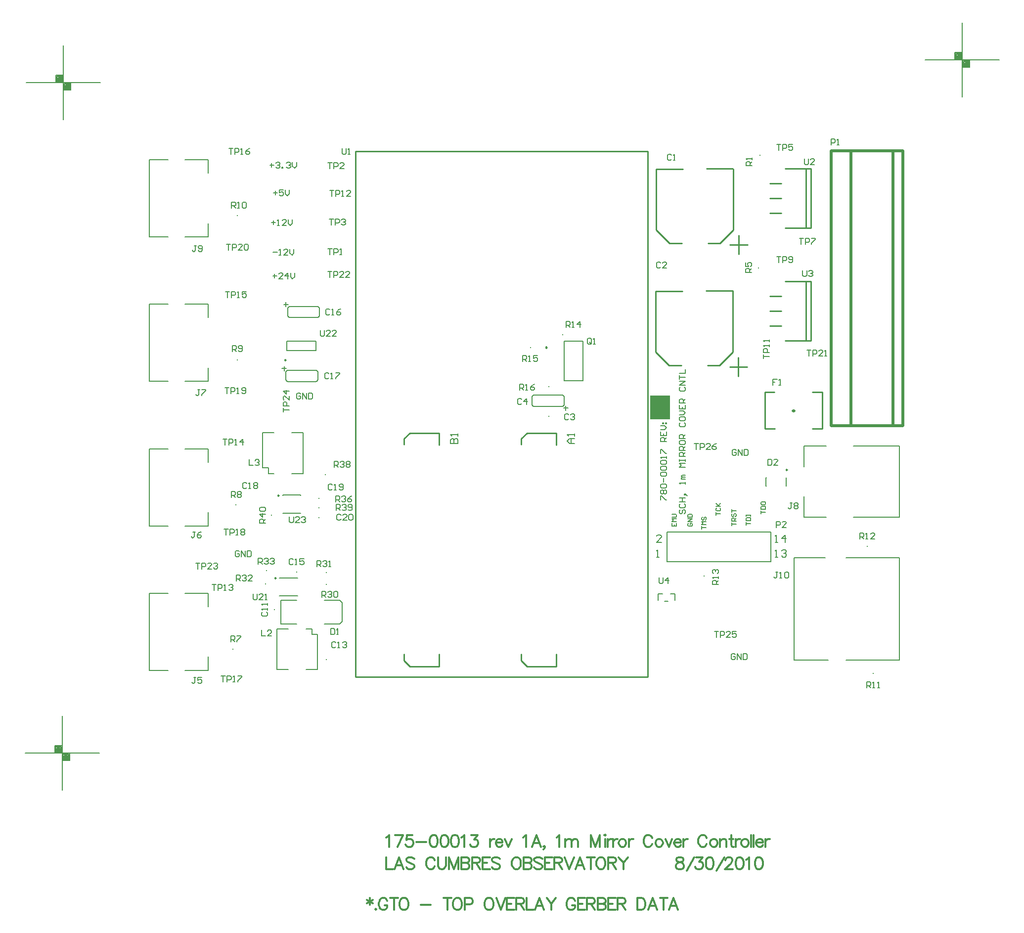
<source format=gto>
%FSLAX23Y23*%
%MOIN*%
G70*
G01*
G75*
G04 Layer_Color=65535*
%ADD10R,0.025X0.100*%
%ADD11R,0.057X0.012*%
%ADD12R,0.025X0.185*%
%ADD13R,0.085X0.138*%
%ADD14R,0.085X0.043*%
%ADD15R,0.085X0.043*%
%ADD16R,0.035X0.053*%
%ADD17R,0.053X0.053*%
%ADD18R,0.070X0.135*%
%ADD19R,0.036X0.036*%
%ADD20R,0.098X0.268*%
%ADD21R,0.078X0.048*%
%ADD22R,0.063X0.075*%
%ADD23R,0.050X0.050*%
%ADD24R,0.079X0.209*%
%ADD25R,0.094X0.130*%
%ADD26O,0.028X0.098*%
%ADD27R,0.087X0.059*%
%ADD28O,0.027X0.010*%
%ADD29R,0.065X0.094*%
%ADD30O,0.024X0.010*%
%ADD31R,0.135X0.070*%
%ADD32R,0.050X0.050*%
%ADD33R,0.115X0.050*%
%ADD34R,0.065X0.135*%
%ADD35C,0.008*%
%ADD36C,0.005*%
%ADD37C,0.012*%
%ADD38C,0.010*%
%ADD39C,0.020*%
%ADD40C,0.100*%
%ADD41C,0.030*%
%ADD42C,0.050*%
%ADD43C,0.025*%
%ADD44C,0.012*%
%ADD45C,0.012*%
%ADD46C,0.060*%
%ADD47C,0.039*%
%ADD48C,0.200*%
%ADD49C,0.020*%
%ADD50C,0.059*%
%ADD51R,0.059X0.059*%
%ADD52C,0.063*%
%ADD53C,0.116*%
%ADD54C,0.065*%
%ADD55C,0.100*%
%ADD56R,0.059X0.059*%
%ADD57C,0.059*%
%ADD58C,0.087*%
%ADD59R,0.087X0.087*%
%ADD60C,0.079*%
%ADD61C,0.157*%
%ADD62C,0.026*%
%ADD63C,0.024*%
%ADD64C,0.050*%
%ADD65C,0.040*%
%ADD66C,0.070*%
G04:AMPARAMS|DCode=67|XSize=90mil|YSize=90mil|CornerRadius=0mil|HoleSize=0mil|Usage=FLASHONLY|Rotation=0.000|XOffset=0mil|YOffset=0mil|HoleType=Round|Shape=Relief|Width=10mil|Gap=10mil|Entries=4|*
%AMTHD67*
7,0,0,0.090,0.070,0.010,45*
%
%ADD67THD67*%
%ADD68C,0.080*%
%ADD69C,0.131*%
%ADD70C,0.075*%
%ADD71C,0.168*%
%ADD72C,0.080*%
%ADD73C,0.103*%
%ADD74C,0.075*%
%ADD75C,0.087*%
%ADD76C,0.076*%
%ADD77C,0.131*%
%ADD78C,0.053*%
G04:AMPARAMS|DCode=79|XSize=110mil|YSize=110mil|CornerRadius=0mil|HoleSize=0mil|Usage=FLASHONLY|Rotation=0.000|XOffset=0mil|YOffset=0mil|HoleType=Round|Shape=Relief|Width=10mil|Gap=10mil|Entries=4|*
%AMTHD79*
7,0,0,0.110,0.090,0.010,45*
%
%ADD79THD79*%
G04:AMPARAMS|DCode=80|XSize=70mil|YSize=70mil|CornerRadius=0mil|HoleSize=0mil|Usage=FLASHONLY|Rotation=0.000|XOffset=0mil|YOffset=0mil|HoleType=Round|Shape=Relief|Width=10mil|Gap=10mil|Entries=4|*
%AMTHD80*
7,0,0,0.070,0.050,0.010,45*
%
%ADD80THD80*%
G04:AMPARAMS|DCode=81|XSize=120mil|YSize=120mil|CornerRadius=0mil|HoleSize=0mil|Usage=FLASHONLY|Rotation=0.000|XOffset=0mil|YOffset=0mil|HoleType=Round|Shape=Relief|Width=10mil|Gap=10mil|Entries=4|*
%AMTHD81*
7,0,0,0.120,0.100,0.010,45*
%
%ADD81THD81*%
%ADD82C,0.068*%
G04:AMPARAMS|DCode=83|XSize=100mil|YSize=100mil|CornerRadius=0mil|HoleSize=0mil|Usage=FLASHONLY|Rotation=0.000|XOffset=0mil|YOffset=0mil|HoleType=Round|Shape=Relief|Width=10mil|Gap=10mil|Entries=4|*
%AMTHD83*
7,0,0,0.100,0.080,0.010,45*
%
%ADD83THD83*%
G04:AMPARAMS|DCode=84|XSize=123mil|YSize=123mil|CornerRadius=0mil|HoleSize=0mil|Usage=FLASHONLY|Rotation=0.000|XOffset=0mil|YOffset=0mil|HoleType=Round|Shape=Relief|Width=10mil|Gap=10mil|Entries=4|*
%AMTHD84*
7,0,0,0.123,0.103,0.010,45*
%
%ADD84THD84*%
G04:AMPARAMS|DCode=85|XSize=95.433mil|YSize=95.433mil|CornerRadius=0mil|HoleSize=0mil|Usage=FLASHONLY|Rotation=0.000|XOffset=0mil|YOffset=0mil|HoleType=Round|Shape=Relief|Width=10mil|Gap=10mil|Entries=4|*
%AMTHD85*
7,0,0,0.095,0.075,0.010,45*
%
%ADD85THD85*%
G04:AMPARAMS|DCode=86|XSize=107.244mil|YSize=107.244mil|CornerRadius=0mil|HoleSize=0mil|Usage=FLASHONLY|Rotation=0.000|XOffset=0mil|YOffset=0mil|HoleType=Round|Shape=Relief|Width=10mil|Gap=10mil|Entries=4|*
%AMTHD86*
7,0,0,0.107,0.087,0.010,45*
%
%ADD86THD86*%
G04:AMPARAMS|DCode=87|XSize=96.221mil|YSize=96.221mil|CornerRadius=0mil|HoleSize=0mil|Usage=FLASHONLY|Rotation=0.000|XOffset=0mil|YOffset=0mil|HoleType=Round|Shape=Relief|Width=10mil|Gap=10mil|Entries=4|*
%AMTHD87*
7,0,0,0.096,0.076,0.010,45*
%
%ADD87THD87*%
G04:AMPARAMS|DCode=88|XSize=150.551mil|YSize=150.551mil|CornerRadius=0mil|HoleSize=0mil|Usage=FLASHONLY|Rotation=0.000|XOffset=0mil|YOffset=0mil|HoleType=Round|Shape=Relief|Width=10mil|Gap=10mil|Entries=4|*
%AMTHD88*
7,0,0,0.151,0.131,0.010,45*
%
%ADD88THD88*%
G04:AMPARAMS|DCode=89|XSize=72.992mil|YSize=72.992mil|CornerRadius=0mil|HoleSize=0mil|Usage=FLASHONLY|Rotation=0.000|XOffset=0mil|YOffset=0mil|HoleType=Round|Shape=Relief|Width=10mil|Gap=10mil|Entries=4|*
%AMTHD89*
7,0,0,0.073,0.053,0.010,45*
%
%ADD89THD89*%
%ADD90C,0.090*%
G04:AMPARAMS|DCode=91|XSize=88mil|YSize=88mil|CornerRadius=0mil|HoleSize=0mil|Usage=FLASHONLY|Rotation=0.000|XOffset=0mil|YOffset=0mil|HoleType=Round|Shape=Relief|Width=10mil|Gap=10mil|Entries=4|*
%AMTHD91*
7,0,0,0.088,0.068,0.010,45*
%
%ADD91THD91*%
%ADD92C,0.010*%
%ADD93C,0.010*%
%ADD94C,0.020*%
%ADD95C,0.008*%
%ADD96C,0.006*%
%ADD97C,0.007*%
%ADD98R,0.136X0.162*%
D35*
X12855Y12680D02*
X12845Y12676D01*
X12841Y12666D01*
Y12618D02*
X12845Y12608D01*
X12855Y12604D01*
X13043D02*
X13053Y12608D01*
X13057Y12618D01*
Y12666D02*
X13053Y12676D01*
X13043Y12680D01*
X14702Y12437D02*
X14712Y12441D01*
X14716Y12451D01*
Y12499D02*
X14712Y12509D01*
X14702Y12513D01*
X14514D02*
X14504Y12509D01*
X14500Y12499D01*
Y12451D02*
X14504Y12441D01*
X14514Y12437D01*
X12866Y13111D02*
X12856Y13107D01*
X12852Y13097D01*
Y13049D02*
X12856Y13039D01*
X12866Y13035D01*
X13054D02*
X13064Y13039D01*
X13068Y13049D01*
Y13097D02*
X13064Y13107D01*
X13054Y13111D01*
X13057Y12618D02*
Y12666D01*
X12841Y12618D02*
Y12666D01*
X12855Y12680D02*
X13043D01*
X12855Y12604D02*
X13043D01*
X14500Y12451D02*
Y12499D01*
X14716Y12451D02*
Y12499D01*
X14514Y12437D02*
X14702D01*
X14514Y12513D02*
X14702D01*
X13068Y13049D02*
Y13097D01*
X12852Y13049D02*
Y13097D01*
X12866Y13111D02*
X13054D01*
X12866Y13035D02*
X13054D01*
X16336Y14107D02*
Y14074D01*
X16343Y14067D01*
X16356D01*
X16363Y14074D01*
Y14107D01*
X16403Y14067D02*
X16376D01*
X16403Y14094D01*
Y14101D01*
X16396Y14107D01*
X16383D01*
X16376Y14101D01*
X13219Y14175D02*
Y14142D01*
X13226Y14135D01*
X13239D01*
X13246Y14142D01*
Y14175D01*
X13259Y14135D02*
X13272D01*
X13266D01*
Y14175D01*
X13259Y14169D01*
X14900Y12864D02*
Y12891D01*
X14893Y12897D01*
X14880D01*
X14873Y12891D01*
Y12864D01*
X14880Y12857D01*
X14893D01*
X14886Y12871D02*
X14900Y12857D01*
X14893D02*
X14900Y12864D01*
X14913Y12857D02*
X14926D01*
X14920D01*
Y12897D01*
X14913Y12891D01*
X16091Y12081D02*
Y12041D01*
X16111D01*
X16118Y12048D01*
Y12075D01*
X16111Y12081D01*
X16091D01*
X16158Y12041D02*
X16131D01*
X16158Y12068D01*
Y12075D01*
X16151Y12081D01*
X16138D01*
X16131Y12075D01*
X15595Y12187D02*
X15622D01*
X15608D01*
Y12147D01*
X15635D02*
Y12187D01*
X15655D01*
X15662Y12181D01*
Y12167D01*
X15655Y12161D01*
X15635D01*
X15702Y12147D02*
X15675D01*
X15702Y12174D01*
Y12181D01*
X15695Y12187D01*
X15682D01*
X15675Y12181D01*
X15742Y12187D02*
X15728Y12181D01*
X15715Y12167D01*
Y12154D01*
X15722Y12147D01*
X15735D01*
X15742Y12154D01*
Y12161D01*
X15735Y12167D01*
X15715D01*
X15357Y11282D02*
Y11248D01*
X15363Y11242D01*
X15377D01*
X15383Y11248D01*
Y11282D01*
X15417Y11242D02*
Y11282D01*
X15397Y11262D01*
X15423D01*
X15439Y14131D02*
X15432Y14137D01*
X15419D01*
X15412Y14131D01*
Y14104D01*
X15419Y14097D01*
X15432D01*
X15439Y14104D01*
X15452Y14097D02*
X15465D01*
X15459D01*
Y14137D01*
X15452Y14131D01*
X13131Y12657D02*
X13124Y12663D01*
X13111D01*
X13104Y12657D01*
Y12630D01*
X13111Y12623D01*
X13124D01*
X13131Y12630D01*
X13144Y12623D02*
X13157D01*
X13151D01*
Y12663D01*
X13144Y12657D01*
X13177Y12663D02*
X13204D01*
Y12657D01*
X13177Y12630D01*
Y12623D01*
X13155Y11906D02*
X13148Y11913D01*
X13135D01*
X13128Y11906D01*
Y11879D01*
X13135Y11873D01*
X13148D01*
X13155Y11879D01*
X13168Y11873D02*
X13181D01*
X13175D01*
Y11913D01*
X13168Y11906D01*
X13201Y11879D02*
X13208Y11873D01*
X13221D01*
X13228Y11879D01*
Y11906D01*
X13221Y11913D01*
X13208D01*
X13201Y11906D01*
Y11899D01*
X13208Y11893D01*
X13228D01*
X14416Y12545D02*
Y12585D01*
X14436D01*
X14443Y12579D01*
Y12565D01*
X14436Y12559D01*
X14416D01*
X14429D02*
X14443Y12545D01*
X14456D02*
X14469D01*
X14463D01*
Y12585D01*
X14456Y12579D01*
X14516Y12585D02*
X14503Y12579D01*
X14489Y12565D01*
Y12552D01*
X14496Y12545D01*
X14509D01*
X14516Y12552D01*
Y12559D01*
X14509Y12565D01*
X14489D01*
X16152Y12619D02*
X16125D01*
Y12599D01*
X16138D01*
X16125D01*
Y12579D01*
X16165D02*
X16178D01*
X16172D01*
Y12619D01*
X16165Y12613D01*
X13142Y10938D02*
Y10898D01*
X13162D01*
X13169Y10904D01*
Y10931D01*
X13162Y10938D01*
X13142D01*
X13182Y10898D02*
X13195D01*
X13189D01*
Y10938D01*
X13182Y10931D01*
X13072Y12948D02*
Y12915D01*
X13079Y12908D01*
X13092D01*
X13099Y12915D01*
Y12948D01*
X13139Y12908D02*
X13112D01*
X13139Y12935D01*
Y12942D01*
X13132Y12948D01*
X13119D01*
X13112Y12942D01*
X13179Y12908D02*
X13152D01*
X13179Y12935D01*
Y12942D01*
X13172Y12948D01*
X13159D01*
X13152Y12942D01*
X16157Y11319D02*
X16143D01*
X16150D01*
Y11286D01*
X16143Y11279D01*
X16137D01*
X16130Y11286D01*
X16170Y11279D02*
X16183D01*
X16177D01*
Y11319D01*
X16170Y11313D01*
X16203D02*
X16210Y11319D01*
X16223D01*
X16230Y11313D01*
Y11286D01*
X16223Y11279D01*
X16210D01*
X16203Y11286D01*
Y11313D01*
X12678Y10928D02*
Y10888D01*
X12705D01*
X12745D02*
X12718D01*
X12745Y10914D01*
Y10921D01*
X12738Y10928D01*
X12725D01*
X12718Y10921D01*
X16147Y11621D02*
Y11661D01*
X16167D01*
X16174Y11655D01*
Y11641D01*
X16167Y11635D01*
X16147D01*
X16214Y11621D02*
X16187D01*
X16214Y11648D01*
Y11655D01*
X16207Y11661D01*
X16194D01*
X16187Y11655D01*
X15373Y11521D02*
X15340D01*
X15373Y11555D01*
Y11563D01*
X15365Y11571D01*
X15348D01*
X15340Y11563D01*
Y11421D02*
X15357D01*
X15348D01*
Y11471D01*
X15340Y11463D01*
X16140Y11521D02*
X16157D01*
X16148D01*
Y11571D01*
X16140Y11563D01*
X16207Y11521D02*
Y11571D01*
X16182Y11546D01*
X16215D01*
X16140Y11421D02*
X16157D01*
X16148D01*
Y11471D01*
X16140Y11463D01*
X16182D02*
X16190Y11471D01*
X16207D01*
X16215Y11463D01*
Y11455D01*
X16207Y11446D01*
X16198D01*
X16207D01*
X16215Y11438D01*
Y11430D01*
X16207Y11421D01*
X16190D01*
X16182Y11430D01*
X16517Y14199D02*
Y14239D01*
X16537D01*
X16544Y14233D01*
Y14219D01*
X16537Y14213D01*
X16517D01*
X16557Y14199D02*
X16570D01*
X16564D01*
Y14239D01*
X16557Y14233D01*
X12865Y11694D02*
Y11660D01*
X12872Y11654D01*
X12885D01*
X12892Y11660D01*
Y11694D01*
X12932Y11654D02*
X12905D01*
X12932Y11680D01*
Y11687D01*
X12925Y11694D01*
X12912D01*
X12905Y11687D01*
X12945D02*
X12952Y11694D01*
X12965D01*
X12972Y11687D01*
Y11680D01*
X12965Y11674D01*
X12959D01*
X12965D01*
X12972Y11667D01*
Y11660D01*
X12965Y11654D01*
X12952D01*
X12945Y11660D01*
X12620Y11172D02*
Y11138D01*
X12627Y11132D01*
X12640D01*
X12647Y11138D01*
Y11172D01*
X12687Y11132D02*
X12660D01*
X12687Y11158D01*
Y11165D01*
X12680Y11172D01*
X12667D01*
X12660Y11165D01*
X12700Y11132D02*
X12713D01*
X12707D01*
Y11172D01*
X12700Y11165D01*
X16254Y11786D02*
X16240D01*
X16247D01*
Y11753D01*
X16240Y11746D01*
X16234D01*
X16227Y11753D01*
X16267Y11780D02*
X16274Y11786D01*
X16287D01*
X16294Y11780D01*
Y11773D01*
X16287Y11766D01*
X16294Y11760D01*
Y11753D01*
X16287Y11746D01*
X16274D01*
X16267Y11753D01*
Y11760D01*
X16274Y11766D01*
X16267Y11773D01*
Y11780D01*
X16274Y11766D02*
X16287D01*
X16325Y13353D02*
Y13320D01*
X16332Y13313D01*
X16345D01*
X16352Y13320D01*
Y13353D01*
X16365Y13347D02*
X16372Y13353D01*
X16385D01*
X16392Y13347D01*
Y13340D01*
X16385Y13333D01*
X16378D01*
X16385D01*
X16392Y13327D01*
Y13320D01*
X16385Y13313D01*
X16372D01*
X16365Y13320D01*
X16061Y12760D02*
Y12787D01*
Y12773D01*
X16101D01*
Y12800D02*
X16061D01*
Y12820D01*
X16067Y12827D01*
X16081D01*
X16087Y12820D01*
Y12800D01*
X16101Y12840D02*
Y12853D01*
Y12847D01*
X16061D01*
X16067Y12840D01*
X16101Y12873D02*
Y12887D01*
Y12880D01*
X16061D01*
X16067Y12873D01*
X16151Y13445D02*
X16178D01*
X16164D01*
Y13405D01*
X16191D02*
Y13445D01*
X16211D01*
X16218Y13439D01*
Y13425D01*
X16211Y13419D01*
X16191D01*
X16231Y13412D02*
X16238Y13405D01*
X16251D01*
X16258Y13412D01*
Y13439D01*
X16251Y13445D01*
X16238D01*
X16231Y13439D01*
Y13432D01*
X16238Y13425D01*
X16258D01*
X16302Y13568D02*
X16329D01*
X16315D01*
Y13528D01*
X16342D02*
Y13568D01*
X16362D01*
X16369Y13562D01*
Y13548D01*
X16362Y13542D01*
X16342D01*
X16382Y13568D02*
X16409D01*
Y13562D01*
X16382Y13535D01*
Y13528D01*
X16149Y14203D02*
X16176D01*
X16162D01*
Y14163D01*
X16189D02*
Y14203D01*
X16209D01*
X16216Y14197D01*
Y14183D01*
X16209Y14177D01*
X16189D01*
X16256Y14203D02*
X16229D01*
Y14183D01*
X16242Y14190D01*
X16249D01*
X16256Y14183D01*
Y14170D01*
X16249Y14163D01*
X16236D01*
X16229Y14170D01*
X15981Y13339D02*
X15941D01*
Y13359D01*
X15948Y13366D01*
X15961D01*
X15968Y13359D01*
Y13339D01*
Y13353D02*
X15981Y13366D01*
X15941Y13406D02*
Y13379D01*
X15961D01*
X15954Y13393D01*
Y13399D01*
X15961Y13406D01*
X15974D01*
X15981Y13399D01*
Y13386D01*
X15974Y13379D01*
X15983Y14059D02*
X15943D01*
Y14079D01*
X15950Y14086D01*
X15963D01*
X15970Y14079D01*
Y14059D01*
Y14073D02*
X15983Y14086D01*
Y14099D02*
Y14113D01*
Y14106D01*
X15943D01*
X15950Y14099D01*
X12237Y13521D02*
X12223D01*
X12230D01*
Y13488D01*
X12223Y13481D01*
X12217D01*
X12210Y13488D01*
X12250D02*
X12257Y13481D01*
X12270D01*
X12277Y13488D01*
Y13515D01*
X12270Y13521D01*
X12257D01*
X12250Y13515D01*
Y13508D01*
X12257Y13501D01*
X12277D01*
X12261Y12549D02*
X12247D01*
X12254D01*
Y12516D01*
X12247Y12509D01*
X12241D01*
X12234Y12516D01*
X12274Y12549D02*
X12301D01*
Y12543D01*
X12274Y12516D01*
Y12509D01*
X12229Y11591D02*
X12215D01*
X12222D01*
Y11558D01*
X12215Y11551D01*
X12209D01*
X12202Y11558D01*
X12269Y11591D02*
X12255Y11585D01*
X12242Y11571D01*
Y11558D01*
X12249Y11551D01*
X12262D01*
X12269Y11558D01*
Y11565D01*
X12262Y11571D01*
X12242D01*
X12235Y10608D02*
X12221D01*
X12228D01*
Y10575D01*
X12221Y10568D01*
X12215D01*
X12208Y10575D01*
X12275Y10608D02*
X12248D01*
Y10588D01*
X12261Y10595D01*
X12268D01*
X12275Y10588D01*
Y10575D01*
X12268Y10568D01*
X12255D01*
X12248Y10575D01*
X15366Y13403D02*
X15360Y13410D01*
X15346D01*
X15340Y13403D01*
Y13376D01*
X15346Y13370D01*
X15360D01*
X15366Y13376D01*
X15406Y13370D02*
X15380D01*
X15406Y13396D01*
Y13403D01*
X15400Y13410D01*
X15386D01*
X15380Y13403D01*
X12471Y10850D02*
Y10890D01*
X12491D01*
X12498Y10884D01*
Y10870D01*
X12491Y10864D01*
X12471D01*
X12484D02*
X12498Y10850D01*
X12511Y10890D02*
X12538D01*
Y10884D01*
X12511Y10857D01*
Y10850D01*
X12473Y11823D02*
Y11863D01*
X12493D01*
X12500Y11857D01*
Y11843D01*
X12493Y11837D01*
X12473D01*
X12486D02*
X12500Y11823D01*
X12513Y11857D02*
X12520Y11863D01*
X12533D01*
X12540Y11857D01*
Y11850D01*
X12533Y11843D01*
X12540Y11837D01*
Y11830D01*
X12533Y11823D01*
X12520D01*
X12513Y11830D01*
Y11837D01*
X12520Y11843D01*
X12513Y11850D01*
Y11857D01*
X12520Y11843D02*
X12533D01*
X12480Y12806D02*
Y12846D01*
X12500D01*
X12507Y12840D01*
Y12826D01*
X12500Y12820D01*
X12480D01*
X12493D02*
X12507Y12806D01*
X12520Y12813D02*
X12527Y12806D01*
X12540D01*
X12547Y12813D01*
Y12840D01*
X12540Y12846D01*
X12527D01*
X12520Y12840D01*
Y12833D01*
X12527Y12826D01*
X12547D01*
X12475Y13774D02*
Y13814D01*
X12495D01*
X12502Y13808D01*
Y13794D01*
X12495Y13788D01*
X12475D01*
X12488D02*
X12502Y13774D01*
X12515D02*
X12528D01*
X12522D01*
Y13814D01*
X12515Y13808D01*
X12548D02*
X12555Y13814D01*
X12568D01*
X12575Y13808D01*
Y13781D01*
X12568Y13774D01*
X12555D01*
X12548Y13781D01*
Y13808D01*
X16758Y10540D02*
Y10580D01*
X16778D01*
X16785Y10574D01*
Y10560D01*
X16778Y10554D01*
X16758D01*
X16771D02*
X16785Y10540D01*
X16798D02*
X16811D01*
X16805D01*
Y10580D01*
X16798Y10574D01*
X16831Y10540D02*
X16845D01*
X16838D01*
Y10580D01*
X16831Y10574D01*
X16709Y11542D02*
Y11582D01*
X16729D01*
X16736Y11576D01*
Y11562D01*
X16729Y11556D01*
X16709D01*
X16722D02*
X16736Y11542D01*
X16749D02*
X16762D01*
X16756D01*
Y11582D01*
X16749Y11576D01*
X16809Y11542D02*
X16782D01*
X16809Y11569D01*
Y11576D01*
X16802Y11582D01*
X16789D01*
X16782Y11576D01*
X15758Y11235D02*
X15718D01*
Y11255D01*
X15725Y11262D01*
X15738D01*
X15745Y11255D01*
Y11235D01*
Y11249D02*
X15758Y11262D01*
Y11275D02*
Y11289D01*
Y11282D01*
X15718D01*
X15725Y11275D01*
Y11309D02*
X15718Y11315D01*
Y11329D01*
X15725Y11335D01*
X15731D01*
X15738Y11329D01*
Y11322D01*
Y11329D01*
X15745Y11335D01*
X15751D01*
X15758Y11329D01*
Y11315D01*
X15751Y11309D01*
X13135Y13699D02*
X13162D01*
X13148D01*
Y13659D01*
X13175D02*
Y13699D01*
X13195D01*
X13202Y13693D01*
Y13679D01*
X13195Y13673D01*
X13175D01*
X13215Y13693D02*
X13222Y13699D01*
X13235D01*
X13242Y13693D01*
Y13686D01*
X13235Y13679D01*
X13228D01*
X13235D01*
X13242Y13673D01*
Y13666D01*
X13235Y13659D01*
X13222D01*
X13215Y13666D01*
X13166Y12026D02*
Y12066D01*
X13186D01*
X13193Y12060D01*
Y12046D01*
X13186Y12040D01*
X13166D01*
X13179D02*
X13193Y12026D01*
X13206Y12060D02*
X13213Y12066D01*
X13226D01*
X13233Y12060D01*
Y12053D01*
X13226Y12046D01*
X13219D01*
X13226D01*
X13233Y12040D01*
Y12033D01*
X13226Y12026D01*
X13213D01*
X13206Y12033D01*
X13246Y12060D02*
X13253Y12066D01*
X13266D01*
X13273Y12060D01*
Y12053D01*
X13266Y12046D01*
X13273Y12040D01*
Y12033D01*
X13266Y12026D01*
X13253D01*
X13246Y12033D01*
Y12040D01*
X13253Y12046D01*
X13246Y12053D01*
Y12060D01*
X13253Y12046D02*
X13266D01*
X13181Y11735D02*
Y11775D01*
X13201D01*
X13208Y11768D01*
Y11755D01*
X13201Y11748D01*
X13181D01*
X13195D02*
X13208Y11735D01*
X13221Y11768D02*
X13228Y11775D01*
X13241D01*
X13248Y11768D01*
Y11761D01*
X13241Y11755D01*
X13235D01*
X13241D01*
X13248Y11748D01*
Y11741D01*
X13241Y11735D01*
X13228D01*
X13221Y11741D01*
X13261D02*
X13268Y11735D01*
X13281D01*
X13288Y11741D01*
Y11768D01*
X13281Y11775D01*
X13268D01*
X13261Y11768D01*
Y11761D01*
X13268Y11755D01*
X13288D01*
X12594Y12078D02*
Y12038D01*
X12621D01*
X12634Y12071D02*
X12641Y12078D01*
X12654D01*
X12661Y12071D01*
Y12064D01*
X12654Y12058D01*
X12648D01*
X12654D01*
X12661Y12051D01*
Y12044D01*
X12654Y12038D01*
X12641D01*
X12634Y12044D01*
X12577Y11917D02*
X12570Y11924D01*
X12557D01*
X12550Y11917D01*
Y11890D01*
X12557Y11884D01*
X12570D01*
X12577Y11890D01*
X12590Y11884D02*
X12604D01*
X12597D01*
Y11924D01*
X12590Y11917D01*
X12624D02*
X12630Y11924D01*
X12644D01*
X12650Y11917D01*
Y11910D01*
X12644Y11904D01*
X12650Y11897D01*
Y11890D01*
X12644Y11884D01*
X12630D01*
X12624Y11890D01*
Y11897D01*
X12630Y11904D01*
X12624Y11910D01*
Y11917D01*
X12630Y11904D02*
X12644D01*
X13178Y11794D02*
Y11834D01*
X13198D01*
X13205Y11827D01*
Y11814D01*
X13198Y11807D01*
X13178D01*
X13192D02*
X13205Y11794D01*
X13218Y11827D02*
X13225Y11834D01*
X13238D01*
X13245Y11827D01*
Y11820D01*
X13238Y11814D01*
X13232D01*
X13238D01*
X13245Y11807D01*
Y11800D01*
X13238Y11794D01*
X13225D01*
X13218Y11800D01*
X13285Y11834D02*
X13272Y11827D01*
X13258Y11814D01*
Y11800D01*
X13265Y11794D01*
X13278D01*
X13285Y11800D01*
Y11807D01*
X13278Y11814D01*
X13258D01*
X13212Y11702D02*
X13205Y11709D01*
X13192D01*
X13185Y11702D01*
Y11675D01*
X13192Y11669D01*
X13205D01*
X13212Y11675D01*
X13252Y11669D02*
X13225D01*
X13252Y11695D01*
Y11702D01*
X13245Y11709D01*
X13232D01*
X13225Y11702D01*
X13265D02*
X13272Y11709D01*
X13285D01*
X13292Y11702D01*
Y11675D01*
X13285Y11669D01*
X13272D01*
X13265Y11675D01*
Y11702D01*
X12703Y11651D02*
X12663D01*
Y11671D01*
X12670Y11677D01*
X12683D01*
X12690Y11671D01*
Y11651D01*
Y11664D02*
X12703Y11677D01*
Y11711D02*
X12663D01*
X12683Y11691D01*
Y11717D01*
X12670Y11731D02*
X12663Y11737D01*
Y11751D01*
X12670Y11757D01*
X12697D01*
X12703Y11751D01*
Y11737D01*
X12697Y11731D01*
X12670D01*
X12685Y11048D02*
X12678Y11042D01*
Y11028D01*
X12685Y11022D01*
X12711D01*
X12718Y11028D01*
Y11042D01*
X12711Y11048D01*
X12718Y11062D02*
Y11075D01*
Y11068D01*
X12678D01*
X12685Y11062D01*
X12718Y11095D02*
Y11108D01*
Y11102D01*
X12678D01*
X12685Y11095D01*
X12655Y11374D02*
Y11414D01*
X12675D01*
X12682Y11407D01*
Y11394D01*
X12675Y11387D01*
X12655D01*
X12668D02*
X12682Y11374D01*
X12695Y11407D02*
X12702Y11414D01*
X12715D01*
X12722Y11407D01*
Y11400D01*
X12715Y11394D01*
X12708D01*
X12715D01*
X12722Y11387D01*
Y11380D01*
X12715Y11374D01*
X12702D01*
X12695Y11380D01*
X12735Y11407D02*
X12742Y11414D01*
X12755D01*
X12762Y11407D01*
Y11400D01*
X12755Y11394D01*
X12748D01*
X12755D01*
X12762Y11387D01*
Y11380D01*
X12755Y11374D01*
X12742D01*
X12735Y11380D01*
X13049Y11356D02*
Y11396D01*
X13069D01*
X13076Y11389D01*
Y11376D01*
X13069Y11369D01*
X13049D01*
X13062D02*
X13076Y11356D01*
X13089Y11389D02*
X13096Y11396D01*
X13109D01*
X13116Y11389D01*
Y11382D01*
X13109Y11376D01*
X13102D01*
X13109D01*
X13116Y11369D01*
Y11362D01*
X13109Y11356D01*
X13096D01*
X13089Y11362D01*
X13129Y11356D02*
X13142D01*
X13136D01*
Y11396D01*
X13129Y11389D01*
X13082Y11150D02*
Y11190D01*
X13102D01*
X13109Y11183D01*
Y11170D01*
X13102Y11163D01*
X13082D01*
X13095D02*
X13109Y11150D01*
X13122Y11183D02*
X13129Y11190D01*
X13142D01*
X13149Y11183D01*
Y11176D01*
X13142Y11170D01*
X13135D01*
X13142D01*
X13149Y11163D01*
Y11156D01*
X13142Y11150D01*
X13129D01*
X13122Y11156D01*
X13162Y11183D02*
X13169Y11190D01*
X13182D01*
X13189Y11183D01*
Y11156D01*
X13182Y11150D01*
X13169D01*
X13162Y11156D01*
Y11183D01*
X12508Y11258D02*
Y11298D01*
X12528D01*
X12535Y11292D01*
Y11278D01*
X12528Y11272D01*
X12508D01*
X12521D02*
X12535Y11258D01*
X12548Y11292D02*
X12555Y11298D01*
X12568D01*
X12575Y11292D01*
Y11285D01*
X12568Y11278D01*
X12561D01*
X12568D01*
X12575Y11272D01*
Y11265D01*
X12568Y11258D01*
X12555D01*
X12548Y11265D01*
X12615Y11258D02*
X12588D01*
X12615Y11285D01*
Y11292D01*
X12608Y11298D01*
X12595D01*
X12588Y11292D01*
X12889Y11404D02*
X12882Y11411D01*
X12869D01*
X12862Y11404D01*
Y11377D01*
X12869Y11371D01*
X12882D01*
X12889Y11377D01*
X12902Y11371D02*
X12915D01*
X12909D01*
Y11411D01*
X12902Y11404D01*
X12962Y11411D02*
X12935D01*
Y11391D01*
X12949Y11397D01*
X12955D01*
X12962Y11391D01*
Y11377D01*
X12955Y11371D01*
X12942D01*
X12935Y11377D01*
X13178Y10843D02*
X13171Y10850D01*
X13158D01*
X13151Y10843D01*
Y10816D01*
X13158Y10810D01*
X13171D01*
X13178Y10816D01*
X13191Y10810D02*
X13204D01*
X13198D01*
Y10850D01*
X13191Y10843D01*
X13224D02*
X13231Y10850D01*
X13244D01*
X13251Y10843D01*
Y10836D01*
X13244Y10830D01*
X13238D01*
X13244D01*
X13251Y10823D01*
Y10816D01*
X13244Y10810D01*
X13231D01*
X13224Y10816D01*
X13125Y14080D02*
X13152D01*
X13138D01*
Y14040D01*
X13165D02*
Y14080D01*
X13185D01*
X13192Y14074D01*
Y14060D01*
X13185Y14054D01*
X13165D01*
X13232Y14040D02*
X13205D01*
X13232Y14067D01*
Y14074D01*
X13225Y14080D01*
X13212D01*
X13205Y14074D01*
X14747Y12379D02*
X14740Y12385D01*
X14727D01*
X14720Y12379D01*
Y12352D01*
X14727Y12345D01*
X14740D01*
X14747Y12352D01*
X14760Y12379D02*
X14767Y12385D01*
X14780D01*
X14787Y12379D01*
Y12372D01*
X14780Y12365D01*
X14773D01*
X14780D01*
X14787Y12359D01*
Y12352D01*
X14780Y12345D01*
X14767D01*
X14760Y12352D01*
X14431Y12483D02*
X14424Y12489D01*
X14411D01*
X14404Y12483D01*
Y12456D01*
X14411Y12449D01*
X14424D01*
X14431Y12456D01*
X14464Y12449D02*
Y12489D01*
X14444Y12469D01*
X14471D01*
X13137Y13088D02*
X13130Y13094D01*
X13117D01*
X13110Y13088D01*
Y13061D01*
X13117Y13054D01*
X13130D01*
X13137Y13061D01*
X13150Y13054D02*
X13163D01*
X13157D01*
Y13094D01*
X13150Y13088D01*
X13210Y13094D02*
X13197Y13088D01*
X13183Y13074D01*
Y13061D01*
X13190Y13054D01*
X13203D01*
X13210Y13061D01*
Y13068D01*
X13203Y13074D01*
X13183D01*
X14731Y12969D02*
Y13009D01*
X14751D01*
X14758Y13003D01*
Y12989D01*
X14751Y12983D01*
X14731D01*
X14744D02*
X14758Y12969D01*
X14771D02*
X14784D01*
X14778D01*
Y13009D01*
X14771Y13003D01*
X14824Y12969D02*
Y13009D01*
X14804Y12989D01*
X14831D01*
X14438Y12738D02*
Y12778D01*
X14458D01*
X14465Y12772D01*
Y12758D01*
X14458Y12752D01*
X14438D01*
X14451D02*
X14465Y12738D01*
X14478D02*
X14491D01*
X14485D01*
Y12778D01*
X14478Y12772D01*
X14538Y12778D02*
X14511D01*
Y12758D01*
X14525Y12765D01*
X14531D01*
X14538Y12758D01*
Y12745D01*
X14531Y12738D01*
X14518D01*
X14511Y12745D01*
X13125Y13500D02*
X13152D01*
X13138D01*
Y13460D01*
X13165D02*
Y13500D01*
X13185D01*
X13192Y13494D01*
Y13480D01*
X13185Y13474D01*
X13165D01*
X13205Y13460D02*
X13218D01*
X13212D01*
Y13500D01*
X13205Y13494D01*
X13136Y13892D02*
X13163D01*
X13149D01*
Y13852D01*
X13176D02*
Y13892D01*
X13196D01*
X13203Y13886D01*
Y13872D01*
X13196Y13866D01*
X13176D01*
X13216Y13852D02*
X13229D01*
X13223D01*
Y13892D01*
X13216Y13886D01*
X13276Y13852D02*
X13249D01*
X13276Y13879D01*
Y13886D01*
X13269Y13892D01*
X13256D01*
X13249Y13886D01*
X12344Y11236D02*
X12371D01*
X12357D01*
Y11196D01*
X12384D02*
Y11236D01*
X12404D01*
X12411Y11230D01*
Y11216D01*
X12404Y11210D01*
X12384D01*
X12424Y11196D02*
X12437D01*
X12431D01*
Y11236D01*
X12424Y11230D01*
X12457D02*
X12464Y11236D01*
X12477D01*
X12484Y11230D01*
Y11223D01*
X12477Y11216D01*
X12471D01*
X12477D01*
X12484Y11210D01*
Y11203D01*
X12477Y11196D01*
X12464D01*
X12457Y11203D01*
X12416Y12215D02*
X12443D01*
X12429D01*
Y12175D01*
X12456D02*
Y12215D01*
X12476D01*
X12483Y12209D01*
Y12195D01*
X12476Y12189D01*
X12456D01*
X12496Y12175D02*
X12509D01*
X12503D01*
Y12215D01*
X12496Y12209D01*
X12549Y12175D02*
Y12215D01*
X12529Y12195D01*
X12556D01*
X12433Y13211D02*
X12460D01*
X12446D01*
Y13171D01*
X12473D02*
Y13211D01*
X12493D01*
X12500Y13205D01*
Y13191D01*
X12493Y13185D01*
X12473D01*
X12513Y13171D02*
X12526D01*
X12520D01*
Y13211D01*
X12513Y13205D01*
X12573Y13211D02*
X12546D01*
Y13191D01*
X12560Y13198D01*
X12566D01*
X12573Y13191D01*
Y13178D01*
X12566Y13171D01*
X12553D01*
X12546Y13178D01*
X12456Y14175D02*
X12483D01*
X12469D01*
Y14135D01*
X12496D02*
Y14175D01*
X12516D01*
X12523Y14169D01*
Y14155D01*
X12516Y14149D01*
X12496D01*
X12536Y14135D02*
X12549D01*
X12543D01*
Y14175D01*
X12536Y14169D01*
X12596Y14175D02*
X12583Y14169D01*
X12569Y14155D01*
Y14142D01*
X12576Y14135D01*
X12589D01*
X12596Y14142D01*
Y14149D01*
X12589Y14155D01*
X12569D01*
X12405Y10620D02*
X12432D01*
X12418D01*
Y10580D01*
X12445D02*
Y10620D01*
X12465D01*
X12472Y10614D01*
Y10600D01*
X12465Y10594D01*
X12445D01*
X12485Y10580D02*
X12498D01*
X12492D01*
Y10620D01*
X12485Y10614D01*
X12518Y10620D02*
X12545D01*
Y10614D01*
X12518Y10587D01*
Y10580D01*
X12425Y11608D02*
X12452D01*
X12438D01*
Y11568D01*
X12465D02*
Y11608D01*
X12485D01*
X12492Y11602D01*
Y11588D01*
X12485Y11582D01*
X12465D01*
X12505Y11568D02*
X12518D01*
X12512D01*
Y11608D01*
X12505Y11602D01*
X12538D02*
X12545Y11608D01*
X12558D01*
X12565Y11602D01*
Y11595D01*
X12558Y11588D01*
X12565Y11582D01*
Y11575D01*
X12558Y11568D01*
X12545D01*
X12538Y11575D01*
Y11582D01*
X12545Y11588D01*
X12538Y11595D01*
Y11602D01*
X12545Y11588D02*
X12558D01*
X12431Y12563D02*
X12458D01*
X12444D01*
Y12523D01*
X12471D02*
Y12563D01*
X12491D01*
X12498Y12557D01*
Y12543D01*
X12491Y12537D01*
X12471D01*
X12511Y12523D02*
X12524D01*
X12518D01*
Y12563D01*
X12511Y12557D01*
X12544Y12530D02*
X12551Y12523D01*
X12564D01*
X12571Y12530D01*
Y12557D01*
X12564Y12563D01*
X12551D01*
X12544Y12557D01*
Y12550D01*
X12551Y12543D01*
X12571D01*
X12439Y13531D02*
X12466D01*
X12452D01*
Y13491D01*
X12479D02*
Y13531D01*
X12499D01*
X12506Y13525D01*
Y13511D01*
X12499Y13505D01*
X12479D01*
X12546Y13491D02*
X12519D01*
X12546Y13518D01*
Y13525D01*
X12539Y13531D01*
X12526D01*
X12519Y13525D01*
X12559D02*
X12566Y13531D01*
X12579D01*
X12586Y13525D01*
Y13498D01*
X12579Y13491D01*
X12566D01*
X12559Y13498D01*
Y13525D01*
X16353Y12816D02*
X16379D01*
X16366D01*
Y12776D01*
X16393D02*
Y12816D01*
X16413D01*
X16419Y12809D01*
Y12796D01*
X16413Y12789D01*
X16393D01*
X16459Y12776D02*
X16433D01*
X16459Y12802D01*
Y12809D01*
X16452Y12816D01*
X16439D01*
X16433Y12809D01*
X16472Y12776D02*
X16486D01*
X16479D01*
Y12816D01*
X16472Y12809D01*
X13124Y13347D02*
X13151D01*
X13137D01*
Y13307D01*
X13164D02*
Y13347D01*
X13184D01*
X13191Y13341D01*
Y13327D01*
X13184Y13321D01*
X13164D01*
X13231Y13307D02*
X13204D01*
X13231Y13334D01*
Y13341D01*
X13224Y13347D01*
X13211D01*
X13204Y13341D01*
X13271Y13307D02*
X13244D01*
X13271Y13334D01*
Y13341D01*
X13264Y13347D01*
X13251D01*
X13244Y13341D01*
X12233Y11381D02*
X12260D01*
X12246D01*
Y11341D01*
X12273D02*
Y11381D01*
X12293D01*
X12300Y11375D01*
Y11361D01*
X12293Y11355D01*
X12273D01*
X12340Y11341D02*
X12313D01*
X12340Y11368D01*
Y11375D01*
X12333Y11381D01*
X12320D01*
X12313Y11375D01*
X12353D02*
X12360Y11381D01*
X12373D01*
X12380Y11375D01*
Y11368D01*
X12373Y11361D01*
X12366D01*
X12373D01*
X12380Y11355D01*
Y11348D01*
X12373Y11341D01*
X12360D01*
X12353Y11348D01*
X12822Y12401D02*
Y12427D01*
Y12414D01*
X12862D01*
Y12441D02*
X12822D01*
Y12461D01*
X12828Y12467D01*
X12842D01*
X12848Y12461D01*
Y12441D01*
X12862Y12507D02*
Y12481D01*
X12835Y12507D01*
X12828D01*
X12822Y12501D01*
Y12487D01*
X12828Y12481D01*
X12862Y12541D02*
X12822D01*
X12842Y12521D01*
Y12547D01*
X15730Y10921D02*
X15756D01*
X15743D01*
Y10881D01*
X15770D02*
Y10921D01*
X15790D01*
X15796Y10914D01*
Y10901D01*
X15790Y10894D01*
X15770D01*
X15836Y10881D02*
X15810D01*
X15836Y10907D01*
Y10914D01*
X15829Y10921D01*
X15816D01*
X15810Y10914D01*
X15876Y10921D02*
X15849D01*
Y10901D01*
X15863Y10907D01*
X15869D01*
X15876Y10901D01*
Y10887D01*
X15869Y10881D01*
X15856D01*
X15849Y10887D01*
X12732Y14063D02*
X12759D01*
X12745Y14077D02*
Y14050D01*
X12772Y14077D02*
X12779Y14083D01*
X12792D01*
X12799Y14077D01*
Y14070D01*
X12792Y14063D01*
X12785D01*
X12792D01*
X12799Y14057D01*
Y14050D01*
X12792Y14043D01*
X12779D01*
X12772Y14050D01*
X12812Y14043D02*
Y14050D01*
X12819D01*
Y14043D01*
X12812D01*
X12845Y14077D02*
X12852Y14083D01*
X12865D01*
X12872Y14077D01*
Y14070D01*
X12865Y14063D01*
X12859D01*
X12865D01*
X12872Y14057D01*
Y14050D01*
X12865Y14043D01*
X12852D01*
X12845Y14050D01*
X12885Y14083D02*
Y14057D01*
X12899Y14043D01*
X12912Y14057D01*
Y14083D01*
X12758Y13876D02*
X12785D01*
X12771Y13890D02*
Y13863D01*
X12825Y13896D02*
X12798D01*
Y13876D01*
X12811Y13883D01*
X12818D01*
X12825Y13876D01*
Y13863D01*
X12818Y13856D01*
X12805D01*
X12798Y13863D01*
X12838Y13896D02*
Y13870D01*
X12851Y13856D01*
X12865Y13870D01*
Y13896D01*
X12743Y13677D02*
X12770D01*
X12756Y13691D02*
Y13664D01*
X12783Y13657D02*
X12796D01*
X12790D01*
Y13697D01*
X12783Y13691D01*
X12843Y13657D02*
X12816D01*
X12843Y13684D01*
Y13691D01*
X12836Y13697D01*
X12823D01*
X12816Y13691D01*
X12856Y13697D02*
Y13671D01*
X12870Y13657D01*
X12883Y13671D01*
Y13697D01*
X12755Y13477D02*
X12782D01*
X12795Y13457D02*
X12808D01*
X12802D01*
Y13497D01*
X12795Y13491D01*
X12855Y13457D02*
X12828D01*
X12855Y13484D01*
Y13491D01*
X12848Y13497D01*
X12835D01*
X12828Y13491D01*
X12868Y13497D02*
Y13471D01*
X12882Y13457D01*
X12895Y13471D01*
Y13497D01*
X12752Y13317D02*
X12779D01*
X12765Y13331D02*
Y13304D01*
X12819Y13297D02*
X12792D01*
X12819Y13324D01*
Y13331D01*
X12812Y13337D01*
X12799D01*
X12792Y13331D01*
X12852Y13297D02*
Y13337D01*
X12832Y13317D01*
X12859D01*
X12872Y13337D02*
Y13311D01*
X12885Y13297D01*
X12899Y13311D01*
Y13337D01*
X12940Y12520D02*
X12933Y12526D01*
X12920D01*
X12913Y12520D01*
Y12493D01*
X12920Y12486D01*
X12933D01*
X12940Y12493D01*
Y12506D01*
X12926D01*
X12953Y12486D02*
Y12526D01*
X12980Y12486D01*
Y12526D01*
X12993D02*
Y12486D01*
X13013D01*
X13020Y12493D01*
Y12520D01*
X13013Y12526D01*
X12993D01*
X12526Y11458D02*
X12519Y11464D01*
X12506D01*
X12499Y11458D01*
Y11431D01*
X12506Y11424D01*
X12519D01*
X12526Y11431D01*
Y11444D01*
X12512D01*
X12539Y11424D02*
Y11464D01*
X12566Y11424D01*
Y11464D01*
X12579D02*
Y11424D01*
X12599D01*
X12606Y11431D01*
Y11458D01*
X12599Y11464D01*
X12579D01*
X15871Y10763D02*
X15864Y10769D01*
X15851D01*
X15844Y10763D01*
Y10736D01*
X15851Y10729D01*
X15864D01*
X15871Y10736D01*
Y10749D01*
X15857D01*
X15884Y10729D02*
Y10769D01*
X15911Y10729D01*
Y10769D01*
X15924D02*
Y10729D01*
X15944D01*
X15951Y10736D01*
Y10763D01*
X15944Y10769D01*
X15924D01*
X15878Y12139D02*
X15871Y12145D01*
X15858D01*
X15851Y12139D01*
Y12112D01*
X15858Y12105D01*
X15871D01*
X15878Y12112D01*
Y12125D01*
X15864D01*
X15891Y12105D02*
Y12145D01*
X15918Y12105D01*
Y12145D01*
X15931D02*
Y12105D01*
X15951D01*
X15958Y12112D01*
Y12139D01*
X15951Y12145D01*
X15931D01*
X15368Y11807D02*
Y11834D01*
X15375D01*
X15401Y11807D01*
X15408D01*
X15375Y11847D02*
X15368Y11854D01*
Y11867D01*
X15375Y11874D01*
X15381D01*
X15388Y11867D01*
X15395Y11874D01*
X15401D01*
X15408Y11867D01*
Y11854D01*
X15401Y11847D01*
X15395D01*
X15388Y11854D01*
X15381Y11847D01*
X15375D01*
X15388Y11854D02*
Y11867D01*
X15375Y11887D02*
X15368Y11894D01*
Y11907D01*
X15375Y11914D01*
X15401D01*
X15408Y11907D01*
Y11894D01*
X15401Y11887D01*
X15375D01*
X15388Y11927D02*
Y11954D01*
X15375Y11967D02*
X15368Y11974D01*
Y11987D01*
X15375Y11994D01*
X15401D01*
X15408Y11987D01*
Y11974D01*
X15401Y11967D01*
X15375D01*
Y12007D02*
X15368Y12014D01*
Y12027D01*
X15375Y12034D01*
X15401D01*
X15408Y12027D01*
Y12014D01*
X15401Y12007D01*
X15375D01*
Y12047D02*
X15368Y12054D01*
Y12067D01*
X15375Y12074D01*
X15401D01*
X15408Y12067D01*
Y12054D01*
X15401Y12047D01*
X15375D01*
X15408Y12087D02*
Y12100D01*
Y12094D01*
X15368D01*
X15375Y12087D01*
X15368Y12120D02*
Y12147D01*
X15375D01*
X15401Y12120D01*
X15408D01*
Y12200D02*
X15368D01*
Y12220D01*
X15375Y12227D01*
X15388D01*
X15395Y12220D01*
Y12200D01*
Y12214D02*
X15408Y12227D01*
X15368Y12267D02*
Y12240D01*
X15408D01*
Y12267D01*
X15388Y12240D02*
Y12254D01*
X15368Y12280D02*
X15395D01*
X15408Y12294D01*
X15395Y12307D01*
X15368D01*
X15381Y12320D02*
Y12327D01*
X15388D01*
Y12320D01*
X15381D01*
X15401D02*
Y12327D01*
X15408D01*
Y12320D01*
X15401D01*
X15501Y11741D02*
X15494Y11734D01*
Y11721D01*
X15501Y11714D01*
X15507D01*
X15514Y11721D01*
Y11734D01*
X15521Y11741D01*
X15527D01*
X15534Y11734D01*
Y11721D01*
X15527Y11714D01*
X15501Y11781D02*
X15494Y11774D01*
Y11761D01*
X15501Y11754D01*
X15527D01*
X15534Y11761D01*
Y11774D01*
X15527Y11781D01*
X15494Y11794D02*
X15534D01*
X15514D01*
Y11821D01*
X15494D01*
X15534D01*
X15541Y11841D02*
X15534Y11847D01*
X15527D01*
Y11841D01*
X15534D01*
Y11847D01*
X15541Y11841D01*
X15547Y11834D01*
X15534Y11914D02*
Y11927D01*
Y11921D01*
X15494D01*
X15501Y11914D01*
X15534Y11947D02*
X15507D01*
Y11954D01*
X15514Y11961D01*
X15534D01*
X15514D01*
X15507Y11967D01*
X15514Y11974D01*
X15534D01*
Y12027D02*
X15494D01*
X15507Y12041D01*
X15494Y12054D01*
X15534D01*
X15494Y12067D02*
Y12081D01*
Y12074D01*
X15534D01*
Y12067D01*
Y12081D01*
Y12100D02*
X15494D01*
Y12120D01*
X15501Y12127D01*
X15514D01*
X15521Y12120D01*
Y12100D01*
Y12114D02*
X15534Y12127D01*
Y12140D02*
X15494D01*
Y12160D01*
X15501Y12167D01*
X15514D01*
X15521Y12160D01*
Y12140D01*
Y12154D02*
X15534Y12167D01*
X15494Y12200D02*
Y12187D01*
X15501Y12180D01*
X15527D01*
X15534Y12187D01*
Y12200D01*
X15527Y12207D01*
X15501D01*
X15494Y12200D01*
X15534Y12220D02*
X15494D01*
Y12240D01*
X15501Y12247D01*
X15514D01*
X15521Y12240D01*
Y12220D01*
Y12234D02*
X15534Y12247D01*
X15501Y12327D02*
X15494Y12320D01*
Y12307D01*
X15501Y12300D01*
X15527D01*
X15534Y12307D01*
Y12320D01*
X15527Y12327D01*
X15494Y12360D02*
Y12347D01*
X15501Y12340D01*
X15527D01*
X15534Y12347D01*
Y12360D01*
X15527Y12367D01*
X15501D01*
X15494Y12360D01*
Y12380D02*
X15521D01*
X15534Y12394D01*
X15521Y12407D01*
X15494D01*
Y12447D02*
Y12420D01*
X15534D01*
Y12447D01*
X15514Y12420D02*
Y12434D01*
X15534Y12460D02*
X15494D01*
Y12480D01*
X15501Y12487D01*
X15514D01*
X15521Y12480D01*
Y12460D01*
Y12474D02*
X15534Y12487D01*
X15501Y12567D02*
X15494Y12560D01*
Y12547D01*
X15501Y12540D01*
X15527D01*
X15534Y12547D01*
Y12560D01*
X15527Y12567D01*
X15534Y12580D02*
X15494D01*
X15534Y12607D01*
X15494D01*
Y12620D02*
Y12647D01*
Y12634D01*
X15534D01*
X15494Y12660D02*
X15534D01*
Y12687D01*
X11311Y14643D02*
X11321D01*
X11311Y14638D02*
Y14648D01*
Y14638D02*
X11321D01*
Y14648D01*
X11311D02*
X11321D01*
X11306Y14633D02*
Y14648D01*
Y14633D02*
X11326D01*
Y14653D01*
X11306D02*
X11326D01*
X11301Y14628D02*
Y14653D01*
Y14628D02*
X11331D01*
Y14658D01*
X11301D02*
X11331D01*
X11296Y14623D02*
Y14663D01*
Y14623D02*
X11336D01*
Y14663D01*
X11296D02*
X11336D01*
X11361Y14593D02*
X11371D01*
X11361Y14588D02*
Y14598D01*
Y14588D02*
X11371D01*
Y14598D01*
X11361D02*
X11371D01*
X11356Y14583D02*
Y14598D01*
Y14583D02*
X11376D01*
Y14603D01*
X11356D02*
X11376D01*
X11351Y14578D02*
Y14603D01*
Y14578D02*
X11381D01*
Y14608D01*
X11351D02*
X11381D01*
X11346Y14573D02*
Y14613D01*
Y14573D02*
X11386D01*
Y14613D01*
X11346D02*
X11386D01*
X11341Y14568D02*
X11391D01*
Y14618D01*
X11291Y14668D02*
X11341D01*
X11291Y14618D02*
Y14668D01*
X11341Y14368D02*
Y14868D01*
X11091Y14618D02*
X11591D01*
X11302Y10123D02*
X11312D01*
X11302Y10118D02*
Y10128D01*
Y10118D02*
X11312D01*
Y10128D01*
X11302D02*
X11312D01*
X11297Y10113D02*
Y10128D01*
Y10113D02*
X11317D01*
Y10133D01*
X11297D02*
X11317D01*
X11292Y10108D02*
Y10133D01*
Y10108D02*
X11322D01*
Y10138D01*
X11292D02*
X11322D01*
X11287Y10103D02*
Y10143D01*
Y10103D02*
X11327D01*
Y10143D01*
X11287D02*
X11327D01*
X11352Y10073D02*
X11362D01*
X11352Y10068D02*
Y10078D01*
Y10068D02*
X11362D01*
Y10078D01*
X11352D02*
X11362D01*
X11347Y10063D02*
Y10078D01*
Y10063D02*
X11367D01*
Y10083D01*
X11347D02*
X11367D01*
X11342Y10058D02*
Y10083D01*
Y10058D02*
X11372D01*
Y10088D01*
X11342D02*
X11372D01*
X11337Y10053D02*
Y10093D01*
Y10053D02*
X11377D01*
Y10093D01*
X11337D02*
X11377D01*
X11332Y10048D02*
X11382D01*
Y10098D01*
X11282Y10148D02*
X11332D01*
X11282Y10098D02*
Y10148D01*
X11332Y9848D02*
Y10348D01*
X11082Y10098D02*
X11582D01*
X17370Y14798D02*
X17380D01*
X17370Y14793D02*
Y14803D01*
Y14793D02*
X17380Y14793D01*
X17380Y14803D01*
X17370D02*
X17380D01*
X17365Y14788D02*
Y14803D01*
Y14788D02*
X17385D01*
Y14808D01*
X17365Y14808D02*
X17385Y14808D01*
X17360Y14783D02*
Y14808D01*
Y14783D02*
X17390D01*
Y14813D01*
X17360D02*
X17390D01*
X17355Y14778D02*
Y14818D01*
Y14778D02*
X17395D01*
Y14818D01*
X17355D02*
X17395D01*
X17420Y14748D02*
X17430D01*
X17420Y14743D02*
X17420Y14753D01*
X17420Y14743D02*
X17430D01*
Y14753D01*
X17420Y14753D02*
X17430Y14753D01*
X17415Y14738D02*
Y14753D01*
Y14738D02*
X17435Y14738D01*
X17435Y14758D02*
X17435Y14738D01*
X17415Y14758D02*
X17435D01*
X17410Y14733D02*
Y14758D01*
Y14733D02*
X17440D01*
Y14763D01*
X17410D02*
X17440D01*
X17405Y14728D02*
Y14768D01*
Y14728D02*
X17445D01*
Y14768D01*
X17405D02*
X17445D01*
X17400Y14723D02*
X17450Y14723D01*
X17450Y14773D02*
X17450Y14723D01*
X17350Y14823D02*
X17400Y14823D01*
X17350Y14823D02*
X17350Y14773D01*
X17400Y14523D02*
Y15023D01*
X17150Y14773D02*
X17650D01*
D36*
X15444Y11649D02*
Y11629D01*
X15474D01*
Y11649D01*
X15459Y11629D02*
Y11639D01*
X15474Y11659D02*
X15444D01*
X15454Y11669D01*
X15444Y11679D01*
X15474D01*
X15444Y11689D02*
X15469D01*
X15474Y11694D01*
Y11704D01*
X15469Y11709D01*
X15444D01*
X15644Y11611D02*
Y11631D01*
Y11621D01*
X15674D01*
Y11641D02*
X15644D01*
X15654Y11651D01*
X15644Y11661D01*
X15674D01*
X15649Y11691D02*
X15644Y11686D01*
Y11676D01*
X15649Y11671D01*
X15654D01*
X15659Y11676D01*
Y11686D01*
X15664Y11691D01*
X15669D01*
X15674Y11686D01*
Y11676D01*
X15669Y11671D01*
X15741Y11702D02*
Y11722D01*
Y11712D01*
X15771D01*
X15746Y11752D02*
X15741Y11747D01*
Y11737D01*
X15746Y11732D01*
X15766D01*
X15771Y11737D01*
Y11747D01*
X15766Y11752D01*
X15741Y11762D02*
X15771D01*
X15761D01*
X15741Y11782D01*
X15756Y11767D01*
X15771Y11782D01*
X15846Y11634D02*
Y11654D01*
Y11644D01*
X15876D01*
Y11664D02*
X15846D01*
Y11679D01*
X15851Y11684D01*
X15861D01*
X15866Y11679D01*
Y11664D01*
Y11674D02*
X15876Y11684D01*
X15851Y11714D02*
X15846Y11709D01*
Y11699D01*
X15851Y11694D01*
X15856D01*
X15861Y11699D01*
Y11709D01*
X15866Y11714D01*
X15871D01*
X15876Y11709D01*
Y11699D01*
X15871Y11694D01*
X15846Y11724D02*
Y11744D01*
Y11734D01*
X15876D01*
X15944Y11637D02*
Y11657D01*
Y11647D01*
X15974D01*
X15944Y11667D02*
X15974D01*
Y11682D01*
X15969Y11687D01*
X15949D01*
X15944Y11682D01*
Y11667D01*
Y11697D02*
Y11707D01*
Y11702D01*
X15974D01*
Y11697D01*
Y11707D01*
X16044Y11713D02*
Y11733D01*
Y11723D01*
X16074D01*
X16044Y11743D02*
X16074D01*
Y11758D01*
X16069Y11763D01*
X16049D01*
X16044Y11758D01*
Y11743D01*
Y11788D02*
Y11778D01*
X16049Y11773D01*
X16069D01*
X16074Y11778D01*
Y11788D01*
X16069Y11793D01*
X16049D01*
X16044Y11788D01*
X15556Y11649D02*
X15551Y11644D01*
Y11634D01*
X15556Y11629D01*
X15576D01*
X15581Y11634D01*
Y11644D01*
X15576Y11649D01*
X15566D01*
Y11639D01*
X15581Y11659D02*
X15551D01*
X15581Y11679D01*
X15551D01*
Y11689D02*
X15581D01*
Y11704D01*
X15576Y11709D01*
X15556D01*
X15551Y11704D01*
Y11689D01*
D37*
X13518Y9531D02*
X13526Y9535D01*
X13537Y9546D01*
Y9466D01*
X13630Y9546D02*
X13592Y9466D01*
X13577Y9546D02*
X13630D01*
X13694D02*
X13656D01*
X13652Y9512D01*
X13656Y9516D01*
X13667Y9520D01*
X13679D01*
X13690Y9516D01*
X13698Y9508D01*
X13701Y9497D01*
Y9489D01*
X13698Y9478D01*
X13690Y9470D01*
X13679Y9466D01*
X13667D01*
X13656Y9470D01*
X13652Y9474D01*
X13648Y9482D01*
X13719Y9501D02*
X13788D01*
X13834Y9546D02*
X13823Y9543D01*
X13815Y9531D01*
X13811Y9512D01*
Y9501D01*
X13815Y9482D01*
X13823Y9470D01*
X13834Y9466D01*
X13842D01*
X13853Y9470D01*
X13861Y9482D01*
X13865Y9501D01*
Y9512D01*
X13861Y9531D01*
X13853Y9543D01*
X13842Y9546D01*
X13834D01*
X13906D02*
X13894Y9543D01*
X13886Y9531D01*
X13883Y9512D01*
Y9501D01*
X13886Y9482D01*
X13894Y9470D01*
X13906Y9466D01*
X13913D01*
X13925Y9470D01*
X13932Y9482D01*
X13936Y9501D01*
Y9512D01*
X13932Y9531D01*
X13925Y9543D01*
X13913Y9546D01*
X13906D01*
X13977D02*
X13965Y9543D01*
X13958Y9531D01*
X13954Y9512D01*
Y9501D01*
X13958Y9482D01*
X13965Y9470D01*
X13977Y9466D01*
X13984D01*
X13996Y9470D01*
X14003Y9482D01*
X14007Y9501D01*
Y9512D01*
X14003Y9531D01*
X13996Y9543D01*
X13984Y9546D01*
X13977D01*
X14025Y9531D02*
X14033Y9535D01*
X14044Y9546D01*
Y9466D01*
X14091Y9546D02*
X14133D01*
X14110Y9516D01*
X14122D01*
X14129Y9512D01*
X14133Y9508D01*
X14137Y9497D01*
Y9489D01*
X14133Y9478D01*
X14126Y9470D01*
X14114Y9466D01*
X14103D01*
X14091Y9470D01*
X14088Y9474D01*
X14084Y9482D01*
X14218Y9520D02*
Y9466D01*
Y9497D02*
X14222Y9508D01*
X14229Y9516D01*
X14237Y9520D01*
X14248D01*
X14256Y9497D02*
X14301D01*
Y9504D01*
X14297Y9512D01*
X14294Y9516D01*
X14286Y9520D01*
X14275D01*
X14267Y9516D01*
X14259Y9508D01*
X14256Y9497D01*
Y9489D01*
X14259Y9478D01*
X14267Y9470D01*
X14275Y9466D01*
X14286D01*
X14294Y9470D01*
X14301Y9478D01*
X14318Y9520D02*
X14341Y9466D01*
X14364Y9520D02*
X14341Y9466D01*
X14440Y9531D02*
X14447Y9535D01*
X14459Y9546D01*
Y9466D01*
X14559D02*
X14529Y9546D01*
X14499Y9466D01*
X14510Y9493D02*
X14548D01*
X14586Y9470D02*
X14582Y9466D01*
X14578Y9470D01*
X14582Y9474D01*
X14586Y9470D01*
Y9463D01*
X14582Y9455D01*
X14578Y9451D01*
X14666Y9531D02*
X14674Y9535D01*
X14685Y9546D01*
Y9466D01*
X14725Y9520D02*
Y9466D01*
Y9504D02*
X14736Y9516D01*
X14744Y9520D01*
X14755D01*
X14763Y9516D01*
X14767Y9504D01*
Y9466D01*
Y9504D02*
X14778Y9516D01*
X14786Y9520D01*
X14797D01*
X14805Y9516D01*
X14809Y9504D01*
Y9466D01*
X14897Y9546D02*
Y9466D01*
Y9546D02*
X14927Y9466D01*
X14957Y9546D02*
X14927Y9466D01*
X14957Y9546D02*
Y9466D01*
X14988Y9546D02*
X14992Y9543D01*
X14996Y9546D01*
X14992Y9550D01*
X14988Y9546D01*
X14992Y9520D02*
Y9466D01*
X15010Y9520D02*
Y9466D01*
Y9497D02*
X15013Y9508D01*
X15021Y9516D01*
X15029Y9520D01*
X15040D01*
X15047D02*
Y9466D01*
Y9497D02*
X15051Y9508D01*
X15059Y9516D01*
X15066Y9520D01*
X15078D01*
X15104D02*
X15097Y9516D01*
X15089Y9508D01*
X15085Y9497D01*
Y9489D01*
X15089Y9478D01*
X15097Y9470D01*
X15104Y9466D01*
X15116D01*
X15123Y9470D01*
X15131Y9478D01*
X15135Y9489D01*
Y9497D01*
X15131Y9508D01*
X15123Y9516D01*
X15116Y9520D01*
X15104D01*
X15152D02*
Y9466D01*
Y9497D02*
X15156Y9508D01*
X15164Y9516D01*
X15171Y9520D01*
X15183D01*
X15310Y9527D02*
X15306Y9535D01*
X15298Y9543D01*
X15291Y9546D01*
X15276D01*
X15268Y9543D01*
X15260Y9535D01*
X15256Y9527D01*
X15253Y9516D01*
Y9497D01*
X15256Y9485D01*
X15260Y9478D01*
X15268Y9470D01*
X15276Y9466D01*
X15291D01*
X15298Y9470D01*
X15306Y9478D01*
X15310Y9485D01*
X15351Y9520D02*
X15344Y9516D01*
X15336Y9508D01*
X15332Y9497D01*
Y9489D01*
X15336Y9478D01*
X15344Y9470D01*
X15351Y9466D01*
X15363D01*
X15370Y9470D01*
X15378Y9478D01*
X15382Y9489D01*
Y9497D01*
X15378Y9508D01*
X15370Y9516D01*
X15363Y9520D01*
X15351D01*
X15399D02*
X15422Y9466D01*
X15445Y9520D02*
X15422Y9466D01*
X15458Y9497D02*
X15504D01*
Y9504D01*
X15500Y9512D01*
X15496Y9516D01*
X15488Y9520D01*
X15477D01*
X15469Y9516D01*
X15462Y9508D01*
X15458Y9497D01*
Y9489D01*
X15462Y9478D01*
X15469Y9470D01*
X15477Y9466D01*
X15488D01*
X15496Y9470D01*
X15504Y9478D01*
X15521Y9520D02*
Y9466D01*
Y9497D02*
X15525Y9508D01*
X15532Y9516D01*
X15540Y9520D01*
X15551D01*
X15678Y9527D02*
X15675Y9535D01*
X15667Y9543D01*
X15659Y9546D01*
X15644D01*
X15637Y9543D01*
X15629Y9535D01*
X15625Y9527D01*
X15621Y9516D01*
Y9497D01*
X15625Y9485D01*
X15629Y9478D01*
X15637Y9470D01*
X15644Y9466D01*
X15659D01*
X15667Y9470D01*
X15675Y9478D01*
X15678Y9485D01*
X15720Y9520D02*
X15712Y9516D01*
X15705Y9508D01*
X15701Y9497D01*
Y9489D01*
X15705Y9478D01*
X15712Y9470D01*
X15720Y9466D01*
X15731D01*
X15739Y9470D01*
X15747Y9478D01*
X15750Y9489D01*
Y9497D01*
X15747Y9508D01*
X15739Y9516D01*
X15731Y9520D01*
X15720D01*
X15768D02*
Y9466D01*
Y9504D02*
X15779Y9516D01*
X15787Y9520D01*
X15798D01*
X15806Y9516D01*
X15810Y9504D01*
Y9466D01*
X15842Y9546D02*
Y9482D01*
X15846Y9470D01*
X15854Y9466D01*
X15861D01*
X15831Y9520D02*
X15857D01*
X15873D02*
Y9466D01*
Y9497D02*
X15877Y9508D01*
X15884Y9516D01*
X15892Y9520D01*
X15903D01*
X15929D02*
X15922Y9516D01*
X15914Y9508D01*
X15910Y9497D01*
Y9489D01*
X15914Y9478D01*
X15922Y9470D01*
X15929Y9466D01*
X15941D01*
X15949Y9470D01*
X15956Y9478D01*
X15960Y9489D01*
Y9497D01*
X15956Y9508D01*
X15949Y9516D01*
X15941Y9520D01*
X15929D01*
X15977Y9546D02*
Y9466D01*
X15994Y9546D02*
Y9466D01*
X16011Y9497D02*
X16057D01*
Y9504D01*
X16053Y9512D01*
X16049Y9516D01*
X16041Y9520D01*
X16030D01*
X16022Y9516D01*
X16015Y9508D01*
X16011Y9497D01*
Y9489D01*
X16015Y9478D01*
X16022Y9470D01*
X16030Y9466D01*
X16041D01*
X16049Y9470D01*
X16057Y9478D01*
X16074Y9520D02*
Y9466D01*
Y9497D02*
X16078Y9508D01*
X16085Y9516D01*
X16093Y9520D01*
X16104D01*
D38*
X16346Y13639D02*
Y14040D01*
X16102Y13740D02*
X16179D01*
X16102Y13840D02*
X16179D01*
X16102Y13940D02*
X16179D01*
X16377Y14040D02*
X16380Y14037D01*
X16206Y14040D02*
X16377D01*
X16380Y13639D02*
Y14040D01*
X16206Y13639D02*
X16380D01*
X16206Y13640D02*
X16206Y13639D01*
X15686Y13535D02*
X15768D01*
X15428D02*
X15510D01*
X15677Y14038D02*
X15855D01*
X15338Y14035D02*
X15517D01*
X15835Y13525D02*
X15954D01*
X15892Y13462D02*
Y13588D01*
X15338Y13625D02*
Y14035D01*
X15858Y13625D02*
Y14035D01*
X15338Y13625D02*
X15428Y13535D01*
X15768D02*
X15858Y13625D01*
X16346Y12879D02*
Y13280D01*
X16102Y12980D02*
X16179D01*
X16102Y13080D02*
X16179D01*
X16102Y13180D02*
X16179D01*
X16377Y13280D02*
X16380Y13277D01*
X16206Y13280D02*
X16377D01*
X16380Y12879D02*
Y13280D01*
X16206Y12879D02*
X16380D01*
X16206Y12880D02*
X16206Y12879D01*
X15683Y12712D02*
X15765D01*
X15425D02*
X15507D01*
X15674Y13215D02*
X15852D01*
X15335Y13212D02*
X15514D01*
X15832Y12702D02*
X15951D01*
X15889Y12639D02*
Y12765D01*
X15335Y12802D02*
Y13212D01*
X15855Y12802D02*
Y13212D01*
X15335Y12802D02*
X15425Y12712D01*
X15765D02*
X15855Y12802D01*
D39*
X16517Y12305D02*
X17001D01*
X16517Y14159D02*
X17001D01*
X16650Y13230D02*
Y14159D01*
Y12305D02*
Y13230D01*
X16517D02*
Y14159D01*
Y12305D02*
Y13230D01*
X17001Y12305D02*
Y14159D01*
X16934Y13230D02*
Y14159D01*
Y12305D02*
Y13230D01*
D44*
X13407Y9122D02*
Y9076D01*
X13388Y9110D02*
X13426Y9087D01*
Y9110D02*
X13388Y9087D01*
X13447Y9049D02*
X13443Y9045D01*
X13447Y9042D01*
X13450Y9045D01*
X13447Y9049D01*
X13525Y9103D02*
X13521Y9110D01*
X13514Y9118D01*
X13506Y9122D01*
X13491D01*
X13483Y9118D01*
X13475Y9110D01*
X13472Y9103D01*
X13468Y9091D01*
Y9072D01*
X13472Y9061D01*
X13475Y9053D01*
X13483Y9045D01*
X13491Y9042D01*
X13506D01*
X13514Y9045D01*
X13521Y9053D01*
X13525Y9061D01*
Y9072D01*
X13506D02*
X13525D01*
X13570Y9122D02*
Y9042D01*
X13543Y9122D02*
X13597D01*
X13629D02*
X13621Y9118D01*
X13614Y9110D01*
X13610Y9103D01*
X13606Y9091D01*
Y9072D01*
X13610Y9061D01*
X13614Y9053D01*
X13621Y9045D01*
X13629Y9042D01*
X13644D01*
X13652Y9045D01*
X13659Y9053D01*
X13663Y9061D01*
X13667Y9072D01*
Y9091D01*
X13663Y9103D01*
X13659Y9110D01*
X13652Y9118D01*
X13644Y9122D01*
X13629D01*
X13749Y9076D02*
X13817D01*
X13930Y9122D02*
Y9042D01*
X13904Y9122D02*
X13957D01*
X13989D02*
X13982Y9118D01*
X13974Y9110D01*
X13970Y9103D01*
X13966Y9091D01*
Y9072D01*
X13970Y9061D01*
X13974Y9053D01*
X13982Y9045D01*
X13989Y9042D01*
X14005D01*
X14012Y9045D01*
X14020Y9053D01*
X14024Y9061D01*
X14027Y9072D01*
Y9091D01*
X14024Y9103D01*
X14020Y9110D01*
X14012Y9118D01*
X14005Y9122D01*
X13989D01*
X14046Y9080D02*
X14080D01*
X14092Y9084D01*
X14096Y9087D01*
X14099Y9095D01*
Y9106D01*
X14096Y9114D01*
X14092Y9118D01*
X14080Y9122D01*
X14046D01*
Y9042D01*
X14203Y9122D02*
X14195Y9118D01*
X14188Y9110D01*
X14184Y9103D01*
X14180Y9091D01*
Y9072D01*
X14184Y9061D01*
X14188Y9053D01*
X14195Y9045D01*
X14203Y9042D01*
X14218D01*
X14226Y9045D01*
X14233Y9053D01*
X14237Y9061D01*
X14241Y9072D01*
Y9091D01*
X14237Y9103D01*
X14233Y9110D01*
X14226Y9118D01*
X14218Y9122D01*
X14203D01*
X14260D02*
X14290Y9042D01*
X14321Y9122D02*
X14290Y9042D01*
X14380Y9122D02*
X14331D01*
Y9042D01*
X14380D01*
X14331Y9084D02*
X14361D01*
X14394Y9122D02*
Y9042D01*
Y9122D02*
X14428D01*
X14439Y9118D01*
X14443Y9114D01*
X14447Y9106D01*
Y9099D01*
X14443Y9091D01*
X14439Y9087D01*
X14428Y9084D01*
X14394D01*
X14420D02*
X14447Y9042D01*
X14465Y9122D02*
Y9042D01*
X14511D01*
X14580D02*
X14550Y9122D01*
X14519Y9042D01*
X14531Y9068D02*
X14569D01*
X14599Y9122D02*
X14630Y9084D01*
Y9042D01*
X14660Y9122D02*
X14630Y9084D01*
X14790Y9103D02*
X14786Y9110D01*
X14779Y9118D01*
X14771Y9122D01*
X14756D01*
X14748Y9118D01*
X14741Y9110D01*
X14737Y9103D01*
X14733Y9091D01*
Y9072D01*
X14737Y9061D01*
X14741Y9053D01*
X14748Y9045D01*
X14756Y9042D01*
X14771D01*
X14779Y9045D01*
X14786Y9053D01*
X14790Y9061D01*
Y9072D01*
X14771D02*
X14790D01*
X14858Y9122D02*
X14809D01*
Y9042D01*
X14858D01*
X14809Y9084D02*
X14839D01*
X14871Y9122D02*
Y9042D01*
Y9122D02*
X14906D01*
X14917Y9118D01*
X14921Y9114D01*
X14925Y9106D01*
Y9099D01*
X14921Y9091D01*
X14917Y9087D01*
X14906Y9084D01*
X14871D01*
X14898D02*
X14925Y9042D01*
X14943Y9122D02*
Y9042D01*
Y9122D02*
X14977D01*
X14988Y9118D01*
X14992Y9114D01*
X14996Y9106D01*
Y9099D01*
X14992Y9091D01*
X14988Y9087D01*
X14977Y9084D01*
X14943D02*
X14977D01*
X14988Y9080D01*
X14992Y9076D01*
X14996Y9068D01*
Y9057D01*
X14992Y9049D01*
X14988Y9045D01*
X14977Y9042D01*
X14943D01*
X15063Y9122D02*
X15014D01*
Y9042D01*
X15063D01*
X15014Y9084D02*
X15044D01*
X15077Y9122D02*
Y9042D01*
Y9122D02*
X15111D01*
X15122Y9118D01*
X15126Y9114D01*
X15130Y9106D01*
Y9099D01*
X15126Y9091D01*
X15122Y9087D01*
X15111Y9084D01*
X15077D01*
X15103D02*
X15130Y9042D01*
X15211Y9122D02*
Y9042D01*
Y9122D02*
X15237D01*
X15249Y9118D01*
X15256Y9110D01*
X15260Y9103D01*
X15264Y9091D01*
Y9072D01*
X15260Y9061D01*
X15256Y9053D01*
X15249Y9045D01*
X15237Y9042D01*
X15211D01*
X15343D02*
X15312Y9122D01*
X15282Y9042D01*
X15293Y9068D02*
X15331D01*
X15388Y9122D02*
Y9042D01*
X15362Y9122D02*
X15415D01*
X15485Y9042D02*
X15455Y9122D01*
X15424Y9042D01*
X15436Y9068D02*
X15474D01*
D45*
X13518Y9396D02*
Y9316D01*
X13564D01*
X13634D02*
X13603Y9396D01*
X13573Y9316D01*
X13584Y9343D02*
X13622D01*
X13706Y9385D02*
X13698Y9393D01*
X13687Y9396D01*
X13671D01*
X13660Y9393D01*
X13652Y9385D01*
Y9377D01*
X13656Y9370D01*
X13660Y9366D01*
X13667Y9362D01*
X13690Y9354D01*
X13698Y9351D01*
X13702Y9347D01*
X13706Y9339D01*
Y9328D01*
X13698Y9320D01*
X13687Y9316D01*
X13671D01*
X13660Y9320D01*
X13652Y9328D01*
X13843Y9377D02*
X13840Y9385D01*
X13832Y9393D01*
X13824Y9396D01*
X13809D01*
X13802Y9393D01*
X13794Y9385D01*
X13790Y9377D01*
X13786Y9366D01*
Y9347D01*
X13790Y9335D01*
X13794Y9328D01*
X13802Y9320D01*
X13809Y9316D01*
X13824D01*
X13832Y9320D01*
X13840Y9328D01*
X13843Y9335D01*
X13866Y9396D02*
Y9339D01*
X13870Y9328D01*
X13877Y9320D01*
X13889Y9316D01*
X13896D01*
X13908Y9320D01*
X13915Y9328D01*
X13919Y9339D01*
Y9396D01*
X13941D02*
Y9316D01*
Y9396D02*
X13972Y9316D01*
X14002Y9396D02*
X13972Y9316D01*
X14002Y9396D02*
Y9316D01*
X14025Y9396D02*
Y9316D01*
Y9396D02*
X14059D01*
X14071Y9393D01*
X14075Y9389D01*
X14078Y9381D01*
Y9373D01*
X14075Y9366D01*
X14071Y9362D01*
X14059Y9358D01*
X14025D02*
X14059D01*
X14071Y9354D01*
X14075Y9351D01*
X14078Y9343D01*
Y9332D01*
X14075Y9324D01*
X14071Y9320D01*
X14059Y9316D01*
X14025D01*
X14096Y9396D02*
Y9316D01*
Y9396D02*
X14131D01*
X14142Y9393D01*
X14146Y9389D01*
X14150Y9381D01*
Y9373D01*
X14146Y9366D01*
X14142Y9362D01*
X14131Y9358D01*
X14096D01*
X14123D02*
X14150Y9316D01*
X14217Y9396D02*
X14168D01*
Y9316D01*
X14217D01*
X14168Y9358D02*
X14198D01*
X14284Y9385D02*
X14276Y9393D01*
X14265Y9396D01*
X14249D01*
X14238Y9393D01*
X14230Y9385D01*
Y9377D01*
X14234Y9370D01*
X14238Y9366D01*
X14246Y9362D01*
X14268Y9354D01*
X14276Y9351D01*
X14280Y9347D01*
X14284Y9339D01*
Y9328D01*
X14276Y9320D01*
X14265Y9316D01*
X14249D01*
X14238Y9320D01*
X14230Y9328D01*
X14387Y9396D02*
X14380Y9393D01*
X14372Y9385D01*
X14368Y9377D01*
X14364Y9366D01*
Y9347D01*
X14368Y9335D01*
X14372Y9328D01*
X14380Y9320D01*
X14387Y9316D01*
X14403D01*
X14410Y9320D01*
X14418Y9328D01*
X14422Y9335D01*
X14425Y9347D01*
Y9366D01*
X14422Y9377D01*
X14418Y9385D01*
X14410Y9393D01*
X14403Y9396D01*
X14387D01*
X14444D02*
Y9316D01*
Y9396D02*
X14478D01*
X14490Y9393D01*
X14494Y9389D01*
X14497Y9381D01*
Y9373D01*
X14494Y9366D01*
X14490Y9362D01*
X14478Y9358D01*
X14444D02*
X14478D01*
X14490Y9354D01*
X14494Y9351D01*
X14497Y9343D01*
Y9332D01*
X14494Y9324D01*
X14490Y9320D01*
X14478Y9316D01*
X14444D01*
X14569Y9385D02*
X14561Y9393D01*
X14550Y9396D01*
X14534D01*
X14523Y9393D01*
X14515Y9385D01*
Y9377D01*
X14519Y9370D01*
X14523Y9366D01*
X14531Y9362D01*
X14553Y9354D01*
X14561Y9351D01*
X14565Y9347D01*
X14569Y9339D01*
Y9328D01*
X14561Y9320D01*
X14550Y9316D01*
X14534D01*
X14523Y9320D01*
X14515Y9328D01*
X14636Y9396D02*
X14587D01*
Y9316D01*
X14636D01*
X14587Y9358D02*
X14617D01*
X14649Y9396D02*
Y9316D01*
Y9396D02*
X14684D01*
X14695Y9393D01*
X14699Y9389D01*
X14703Y9381D01*
Y9373D01*
X14699Y9366D01*
X14695Y9362D01*
X14684Y9358D01*
X14649D01*
X14676D02*
X14703Y9316D01*
X14721Y9396D02*
X14751Y9316D01*
X14782Y9396D02*
X14751Y9316D01*
X14853D02*
X14822Y9396D01*
X14792Y9316D01*
X14803Y9343D02*
X14841D01*
X14898Y9396D02*
Y9316D01*
X14871Y9396D02*
X14925D01*
X14957D02*
X14949Y9393D01*
X14942Y9385D01*
X14938Y9377D01*
X14934Y9366D01*
Y9347D01*
X14938Y9335D01*
X14942Y9328D01*
X14949Y9320D01*
X14957Y9316D01*
X14972D01*
X14980Y9320D01*
X14988Y9328D01*
X14991Y9335D01*
X14995Y9347D01*
Y9366D01*
X14991Y9377D01*
X14988Y9385D01*
X14980Y9393D01*
X14972Y9396D01*
X14957D01*
X15014D02*
Y9316D01*
Y9396D02*
X15048D01*
X15060Y9393D01*
X15063Y9389D01*
X15067Y9381D01*
Y9373D01*
X15063Y9366D01*
X15060Y9362D01*
X15048Y9358D01*
X15014D01*
X15041D02*
X15067Y9316D01*
X15085Y9396D02*
X15116Y9358D01*
Y9316D01*
X15146Y9396D02*
X15116Y9358D01*
X15490Y9396D02*
X15478Y9393D01*
X15474Y9385D01*
Y9377D01*
X15478Y9370D01*
X15486Y9366D01*
X15501Y9362D01*
X15512Y9358D01*
X15520Y9351D01*
X15524Y9343D01*
Y9332D01*
X15520Y9324D01*
X15516Y9320D01*
X15505Y9316D01*
X15490D01*
X15478Y9320D01*
X15474Y9324D01*
X15471Y9332D01*
Y9343D01*
X15474Y9351D01*
X15482Y9358D01*
X15493Y9362D01*
X15509Y9366D01*
X15516Y9370D01*
X15520Y9377D01*
Y9385D01*
X15516Y9393D01*
X15505Y9396D01*
X15490D01*
X15542Y9305D02*
X15595Y9396D01*
X15608D02*
X15650D01*
X15627Y9366D01*
X15638D01*
X15646Y9362D01*
X15650Y9358D01*
X15654Y9347D01*
Y9339D01*
X15650Y9328D01*
X15642Y9320D01*
X15631Y9316D01*
X15619D01*
X15608Y9320D01*
X15604Y9324D01*
X15600Y9332D01*
X15694Y9396D02*
X15683Y9393D01*
X15675Y9381D01*
X15672Y9362D01*
Y9351D01*
X15675Y9332D01*
X15683Y9320D01*
X15694Y9316D01*
X15702D01*
X15714Y9320D01*
X15721Y9332D01*
X15725Y9351D01*
Y9362D01*
X15721Y9381D01*
X15714Y9393D01*
X15702Y9396D01*
X15694D01*
X15743Y9305D02*
X15796Y9396D01*
X15805Y9377D02*
Y9381D01*
X15809Y9389D01*
X15813Y9393D01*
X15821Y9396D01*
X15836D01*
X15843Y9393D01*
X15847Y9389D01*
X15851Y9381D01*
Y9373D01*
X15847Y9366D01*
X15840Y9354D01*
X15801Y9316D01*
X15855D01*
X15896Y9396D02*
X15884Y9393D01*
X15877Y9381D01*
X15873Y9362D01*
Y9351D01*
X15877Y9332D01*
X15884Y9320D01*
X15896Y9316D01*
X15903D01*
X15915Y9320D01*
X15922Y9332D01*
X15926Y9351D01*
Y9362D01*
X15922Y9381D01*
X15915Y9393D01*
X15903Y9396D01*
X15896D01*
X15944Y9381D02*
X15952Y9385D01*
X15963Y9396D01*
Y9316D01*
X16025Y9396D02*
X16014Y9393D01*
X16006Y9381D01*
X16003Y9362D01*
Y9351D01*
X16006Y9332D01*
X16014Y9320D01*
X16025Y9316D01*
X16033D01*
X16044Y9320D01*
X16052Y9332D01*
X16056Y9351D01*
Y9362D01*
X16052Y9381D01*
X16044Y9393D01*
X16033Y9396D01*
X16025D01*
D92*
X14599Y12834D02*
X14592Y12838D01*
Y12830D01*
X14599Y12834D01*
X16220Y12010D02*
X16212Y12014D01*
Y12006D01*
X16220Y12010D01*
X12841Y12749D02*
X12833Y12753D01*
Y12745D01*
X12841Y12749D01*
X12795Y11836D02*
X12787Y11840D01*
Y11832D01*
X12795Y11836D01*
X12774Y11279D02*
X12766Y11284D01*
Y11275D01*
X12774Y11279D01*
X13311Y14155D02*
X15280D01*
X13311Y10612D02*
Y14155D01*
Y10612D02*
X15280D01*
Y14155D01*
X13678Y10682D02*
X13874D01*
X13638Y10722D02*
X13678Y10682D01*
X13874D02*
Y10765D01*
X13638Y10722D02*
Y10765D01*
Y12178D02*
Y12218D01*
X13874Y12175D02*
Y12257D01*
X13638Y12218D02*
X13678Y12257D01*
X13874D01*
X14468D02*
X14665D01*
X14428Y12218D02*
X14468Y12257D01*
X14665Y12175D02*
Y12257D01*
X14428Y12178D02*
Y12218D01*
Y10722D02*
Y10765D01*
X14665Y10682D02*
Y10765D01*
X14428Y10722D02*
X14468Y10682D01*
X14665D01*
X16071Y12285D02*
X16138D01*
X16071D02*
Y12533D01*
X16134D01*
X16390Y12285D02*
X16457D01*
Y12533D01*
X16390D02*
X16457D01*
D93*
X14612Y12570D02*
D03*
X16028Y13368D02*
D03*
X16036Y14128D02*
D03*
X12483Y10799D02*
D03*
X12504Y11773D02*
D03*
X12515Y12748D02*
D03*
X12514Y13722D02*
D03*
X16801Y10636D02*
D03*
X16759Y11492D02*
D03*
X15659Y11292D02*
D03*
X13107Y11977D02*
D03*
X13062Y11752D02*
D03*
Y11817D02*
D03*
Y11687D02*
D03*
X12743Y11704D02*
D03*
X12764Y11065D02*
D03*
X12709Y11330D02*
D03*
X13114Y11315D02*
D03*
Y11235D02*
D03*
X12704Y11240D02*
D03*
X12914Y11320D02*
D03*
X13114Y10730D02*
D03*
X14614Y12368D02*
D03*
X14706Y12921D02*
D03*
X14491Y12833D02*
D03*
D94*
X16268Y12407D02*
X16260D01*
X16268D01*
D95*
X14716Y12611D02*
X14844D01*
X14716Y12875D02*
X14844D01*
X14716Y12611D02*
Y12875D01*
X14844Y12611D02*
Y12875D01*
X16077Y11955D02*
X16079D01*
X16077Y11900D02*
X16079D01*
X16213Y11955D02*
X16215D01*
X16213Y11900D02*
X16215D01*
Y11955D01*
X16077Y11900D02*
Y11955D01*
X13101Y10969D02*
X13203D01*
X13221Y10987D01*
X13203Y11131D02*
X13221Y11113D01*
X12807Y11130D02*
X12914D01*
X12807Y10969D02*
X12914D01*
X12807D02*
Y11130D01*
X13221Y10987D02*
Y11113D01*
X13101Y11130D02*
X13203D01*
X13044Y12814D02*
Y12877D01*
X12848Y12814D02*
Y12877D01*
X13044D01*
X12848Y12814D02*
X13044D01*
X16268Y10725D02*
X16498D01*
X16978Y10855D02*
Y11415D01*
X16618D02*
X16978D01*
X16618Y10725D02*
X16978D01*
Y10855D01*
X16268Y11415D02*
X16478D01*
X16268Y10725D02*
Y11415D01*
X13055Y10800D02*
Y10898D01*
X12976Y10937D02*
X13016D01*
Y10898D02*
Y10937D01*
Y10898D02*
X13055D01*
Y10662D02*
Y10800D01*
X12976Y10662D02*
X13055D01*
X12779D02*
X12858D01*
X12779D02*
Y10937D01*
X12858D01*
X16110Y11391D02*
Y11591D01*
X15410Y11391D02*
Y11591D01*
X16110D01*
X15410Y11391D02*
X16110D01*
X12941Y11837D02*
Y11838D01*
Y11716D02*
Y11717D01*
X12819Y11716D02*
X12941D01*
X12819D02*
Y11717D01*
Y11837D02*
Y11838D01*
X12941D01*
X12920Y11280D02*
Y11281D01*
Y11159D02*
Y11160D01*
X12798Y11159D02*
X12920D01*
X12798D02*
Y11160D01*
Y11280D02*
Y11281D01*
X12920D01*
X12318Y13580D02*
Y13671D01*
X11920Y13580D02*
Y13809D01*
X12160Y13580D02*
X12318D01*
X11920D02*
X12046D01*
X11920Y14100D02*
X12046D01*
X12160D02*
X12318D01*
X11920Y13809D02*
Y14100D01*
X12318Y14009D02*
Y14100D01*
Y12606D02*
Y12696D01*
X11920Y12606D02*
Y12834D01*
X12160Y12606D02*
X12318D01*
X11920D02*
X12046D01*
X11920Y13125D02*
X12046D01*
X12160D02*
X12318D01*
X11920Y12834D02*
Y13125D01*
X12318Y13035D02*
Y13125D01*
Y11631D02*
Y11722D01*
X11920Y11631D02*
Y11860D01*
X12160Y11631D02*
X12318D01*
X11920D02*
X12046D01*
X11920Y12151D02*
X12046D01*
X12160D02*
X12318D01*
X11920Y11860D02*
Y12151D01*
X12318Y12061D02*
Y12151D01*
Y10657D02*
Y10748D01*
X11920Y10657D02*
Y10885D01*
X12160Y10657D02*
X12318D01*
X11920D02*
X12046D01*
X11920Y11177D02*
X12046D01*
X12160D02*
X12318D01*
X11920Y10885D02*
Y11177D01*
X12318Y11086D02*
Y11177D01*
X12683Y12023D02*
Y12122D01*
X12722Y11984D02*
X12761D01*
X12722D02*
Y12023D01*
X12683D02*
X12722D01*
X12683Y12122D02*
Y12260D01*
X12761D01*
X12879D02*
X12958D01*
Y11984D02*
Y12260D01*
X12879Y11984D02*
X12958D01*
D96*
X15395Y11122D02*
X15417D01*
X15349Y11172D02*
X15380D01*
X15432D02*
X15463D01*
X15349Y11129D02*
Y11172D01*
X15463Y11129D02*
Y11172D01*
D97*
X12830Y12677D02*
Y12707D01*
X12815Y12692D02*
X12845D01*
X16668Y12170D02*
X16978D01*
X16668Y11689D02*
X16978D01*
Y12170D01*
X16335Y11689D02*
Y11831D01*
Y12028D02*
Y12170D01*
Y11689D02*
X16483D01*
X16335Y12170D02*
X16483D01*
X14727Y12410D02*
Y12440D01*
X14712Y12425D02*
X14742D01*
X12841Y13108D02*
Y13138D01*
X12826Y13123D02*
X12856D01*
X14788Y12186D02*
X14754D01*
X14738Y12203D01*
X14754Y12220D01*
X14788D01*
X14763D01*
Y12186D01*
X14788Y12236D02*
Y12253D01*
Y12245D01*
X14738D01*
X14746Y12236D01*
X13950Y12186D02*
X14000D01*
Y12211D01*
X13992Y12220D01*
X13984D01*
X13975Y12211D01*
Y12186D01*
Y12211D01*
X13967Y12220D01*
X13959D01*
X13950Y12211D01*
Y12186D01*
X14000Y12236D02*
Y12253D01*
Y12245D01*
X13950D01*
X13959Y12236D01*
D98*
X15365Y12428D02*
D03*
M02*

</source>
